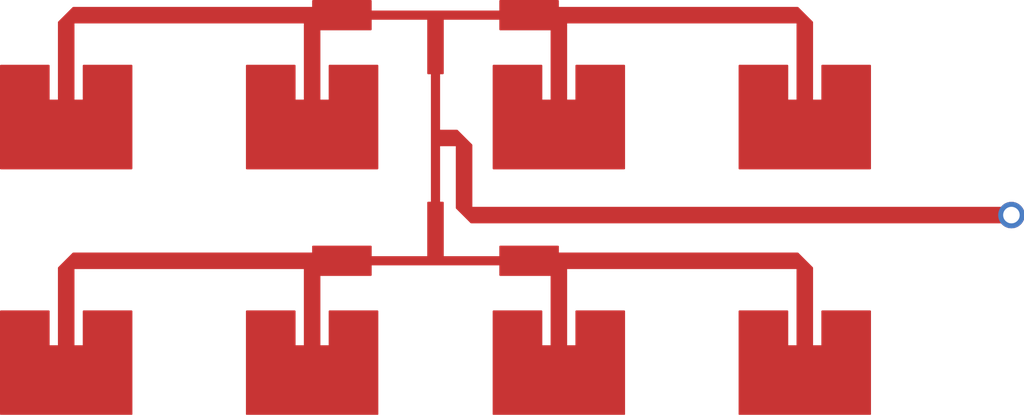
<source format=kicad_pcb>
(kicad_pcb (version 20170123) (host pcbnew no-vcs-found-e79f978~58~ubuntu14.04.1)

  (general
    (links 0)
    (no_connects 0)
    (area -13.1573 -4.1735 18 8.380001)
    (thickness 1.6)
    (drawings 0)
    (tracks 0)
    (zones 0)
    (modules 1)
    (nets 2)
  )

  (page A0)
  (layers
    (0 F.Cu signal)
    (31 B.Cu signal hide)
    (40 Dwgs.User user)
    (44 Edge.Cuts user)
  )

  (setup
    (last_trace_width 0.2)
    (trace_clearance 0.2)
    (zone_clearance 0.508)
    (zone_45_only no)
    (trace_min 0.2)
    (segment_width 0.2)
    (edge_width 0.15)
    (via_size 0.8)
    (via_drill 0.4)
    (via_min_size 0.4)
    (via_min_drill 0.3)
    (uvia_size 0.3)
    (uvia_drill 0.1)
    (uvias_allowed no)
    (uvia_min_size 0.2)
    (uvia_min_drill 0.1)
    (pcb_text_width 0.3)
    (pcb_text_size 1.5 1.5)
    (mod_edge_width 0.15)
    (mod_text_size 1 1)
    (mod_text_width 0.15)
    (pad_size 1.524 1.524)
    (pad_drill 0.762)
    (pad_to_mask_clearance 0.2)
    (aux_axis_origin 0 0)
    (visible_elements FFFFFF7F)
    (pcbplotparams
      (layerselection 0x00000_7fffffff)
      (usegerberextensions false)
      (excludeedgelayer true)
      (linewidth 0.100000)
      (plotframeref false)
      (viasonmask false)
      (mode 1)
      (useauxorigin false)
      (hpglpennumber 1)
      (hpglpenspeed 20)
      (hpglpendiameter 15)
      (psnegative false)
      (psa4output false)
      (plotreference false)
      (plotvalue false)
      (plotinvisibletext false)
      (padsonsilk false)
      (subtractmaskfromsilk false)
      (outputformat 3)
      (mirror false)
      (drillshape 0)
      (scaleselection 1)
      (outputdirectory ""))
  )

  (net 0 "")
  (net 1 Antennas)

  (net_class Default ""
    (clearance 0.2)
    (trace_width 0.2)
    (via_dia 0.8)
    (via_drill 0.4)
    (uvia_dia 0.3)
    (uvia_drill 0.1)
    (add_net Antennas)
  )

  (module X0 (layer F.Cu) (tedit 0) (tstamp 0)
    (at 17.4 2.3325)
    (fp_text reference "" (at 0 0) (layer F.SilkS)
      (effects (font (thickness 0.15)))
    )
    (fp_text value "" (at 0 0) (layer F.SilkS)
      (effects (font (thickness 0.15)))
    )
    (pad 1 thru_hole circle (at 0 0) (size 0.8 0.8) (drill 0.5) (layers F.Cu)
      (net 1 Antennas) (zone_connect 2))
  )

  (zone (net 1) (net_name Antennas) (layer F.Cu) (tstamp 0) (hatch edge 0.5)
    (connect_pads (clearance 0.3))
    (min_thickness 0.05)
    (fill yes (arc_segments 32) (thermal_gap 0.3) (thermal_bridge_width 0.25))
    (polygon
      (pts
        (xy -1.9278 -3.854) (xy 1.9278 -3.854) (xy 1.9278 -4.1735) (xy 3.7273 -4.1735) (xy 3.7273 -3.965)
        (xy 10.9548 -3.965) (xy 11.4073 -3.5125) (xy 11.4073 -1.16) (xy 11.6573 -1.16) (xy 11.6573 -2.215)
        (xy 13.1573 -2.215) (xy 13.1573 0.95) (xy 9.1573 0.95) (xy 9.1573 -2.215) (xy 10.6572 -2.215)
        (xy 10.6572 -1.16) (xy 10.9072 -1.16) (xy 10.9072 -3.465) (xy 3.9772 -3.465) (xy 3.9772 -1.16)
        (xy 4.2272 -1.16) (xy 4.2272 -2.215) (xy 5.7272 -2.215) (xy 5.7272 0.95) (xy 1.7272 0.95)
        (xy 1.7272 -2.215) (xy 3.2273 -2.215) (xy 3.2273 -1.16) (xy 3.4773 -1.16) (xy 3.4773 -3.2565)
        (xy 1.9278 -3.2565) (xy 1.9278 -3.576) (xy 0.25 -3.576) (xy 0.25 -1.9278) (xy 0.139 -1.9278)
        (xy 0.139 -0.25) (xy 0.6612 -0.25) (xy 1.1136 0.2025) (xy 1.1136 2.0825) (xy 17.5 2.0825)
        (xy 17.5 2.5825) (xy 1.0661 2.5825) (xy 0.6136 2.13) (xy 0.6136 0.25) (xy 0.139 0.25)
        (xy 0.139 1.9278) (xy 0.25 1.9278) (xy 0.25 3.576) (xy 1.9278 3.576) (xy 1.9278 3.2565)
        (xy 3.7273 3.2565) (xy 3.7273 3.465) (xy 10.9548 3.465) (xy 11.4073 3.9175) (xy 11.4073 6.27)
        (xy 11.6573 6.27) (xy 11.6573 5.215) (xy 13.1573 5.215) (xy 13.1573 8.38) (xy 9.1573 8.38)
        (xy 9.1573 5.215) (xy 10.6572 5.215) (xy 10.6572 6.27) (xy 10.9072 6.27) (xy 10.9072 3.965)
        (xy 3.9772 3.965) (xy 3.9772 6.27) (xy 4.2272 6.27) (xy 4.2272 5.215) (xy 5.7272 5.215)
        (xy 5.7272 8.38) (xy 1.7272 8.38) (xy 1.7272 5.215) (xy 3.2273 5.215) (xy 3.2273 6.27)
        (xy 3.4773 6.27) (xy 3.4773 4.1735) (xy 1.9278 4.1735) (xy 1.9278 3.854) (xy -1.9278 3.854)
        (xy -1.9278 4.1735) (xy -3.4773 4.1735) (xy -3.4773 6.27) (xy -3.2273 6.27) (xy -3.2273 5.215)
        (xy -1.7272 5.215) (xy -1.7272 8.38) (xy -5.7272 8.38) (xy -5.7272 5.215) (xy -4.2272 5.215)
        (xy -4.2272 6.27) (xy -3.9772 6.27) (xy -3.9772 3.965) (xy -10.9072 3.965) (xy -10.9072 6.27)
        (xy -10.6572 6.27) (xy -10.6572 5.215) (xy -9.1573 5.215) (xy -9.1573 8.38) (xy -13.1573 8.38)
        (xy -13.1573 5.215) (xy -11.6573 5.215) (xy -11.6573 6.27) (xy -11.4073 6.27) (xy -11.4073 3.9175)
        (xy -10.9548 3.465) (xy -3.7273 3.465) (xy -3.7273 3.2565) (xy -1.9278 3.2565) (xy -1.9278 3.576)
        (xy -0.25 3.576) (xy -0.25 1.9278) (xy -0.139 1.9278) (xy -0.139 -1.9278) (xy -0.25 -1.9278)
        (xy -0.25 -3.576) (xy -1.9278 -3.576) (xy -1.9278 -3.2565) (xy -3.4773 -3.2565) (xy -3.4773 -1.16)
        (xy -3.2273 -1.16) (xy -3.2273 -2.215) (xy -1.7272 -2.215) (xy -1.7272 0.95) (xy -5.7272 0.95)
        (xy -5.7272 -2.215) (xy -4.2272 -2.215) (xy -4.2272 -1.16) (xy -3.9772 -1.16) (xy -3.9772 -3.465)
        (xy -10.9072 -3.465) (xy -10.9072 -1.16) (xy -10.6572 -1.16) (xy -10.6572 -2.215) (xy -9.1573 -2.215)
        (xy -9.1573 0.95) (xy -13.1573 0.95) (xy -13.1573 -2.215) (xy -11.6573 -2.215) (xy -11.6573 -1.16)
        (xy -11.4073 -1.16) (xy -11.4073 -3.5125) (xy -10.9548 -3.965) (xy -3.7273 -3.965) (xy -3.7273 -4.1735)
        (xy -1.9278 -4.1735)
      )
    )
    (filled_polygon
      (pts
        (xy -1.9528 -3.854) (xy -1.95232 -3.849123) (xy -1.950897 -3.844433) (xy -1.948587 -3.840111) (xy -1.945478 -3.836322)
        (xy -1.941689 -3.833213) (xy -1.937367 -3.830903) (xy -1.932677 -3.82948) (xy -1.9278 -3.829) (xy 1.9278 -3.829)
        (xy 1.932677 -3.82948) (xy 1.937367 -3.830903) (xy 1.941689 -3.833213) (xy 1.945478 -3.836322) (xy 1.948587 -3.840111)
        (xy 1.950897 -3.844433) (xy 1.95232 -3.849123) (xy 1.9528 -3.854) (xy 1.9528 -4.1485) (xy 3.7023 -4.1485)
        (xy 3.7023 -3.965) (xy 3.70278 -3.960123) (xy 3.704203 -3.955433) (xy 3.706513 -3.951111) (xy 3.709622 -3.947322)
        (xy 3.713411 -3.944213) (xy 3.717733 -3.941903) (xy 3.722423 -3.94048) (xy 3.7273 -3.94) (xy 10.944444 -3.94)
        (xy 11.3823 -3.502144) (xy 11.3823 -1.16) (xy 11.38278 -1.155123) (xy 11.384203 -1.150433) (xy 11.386513 -1.146111)
        (xy 11.389622 -1.142322) (xy 11.393411 -1.139213) (xy 11.397733 -1.136903) (xy 11.402423 -1.13548) (xy 11.4073 -1.135)
        (xy 11.6573 -1.135) (xy 11.662177 -1.13548) (xy 11.666867 -1.136903) (xy 11.671189 -1.139213) (xy 11.674978 -1.142322)
        (xy 11.678087 -1.146111) (xy 11.680397 -1.150433) (xy 11.68182 -1.155123) (xy 11.6823 -1.16) (xy 11.6823 -2.19)
        (xy 13.1323 -2.19) (xy 13.1323 0.925) (xy 9.1823 0.925) (xy 9.1823 -2.19) (xy 10.6322 -2.19)
        (xy 10.6322 -1.16) (xy 10.63268 -1.155123) (xy 10.634103 -1.150433) (xy 10.636413 -1.146111) (xy 10.639522 -1.142322)
        (xy 10.643311 -1.139213) (xy 10.647633 -1.136903) (xy 10.652323 -1.13548) (xy 10.6572 -1.135) (xy 10.9072 -1.135)
        (xy 10.912077 -1.13548) (xy 10.916767 -1.136903) (xy 10.921089 -1.139213) (xy 10.924878 -1.142322) (xy 10.927987 -1.146111)
        (xy 10.930297 -1.150433) (xy 10.93172 -1.155123) (xy 10.9322 -1.16) (xy 10.9322 -3.465) (xy 10.93172 -3.469877)
        (xy 10.930297 -3.474567) (xy 10.927987 -3.478889) (xy 10.924878 -3.482678) (xy 10.921089 -3.485787) (xy 10.916767 -3.488097)
        (xy 10.912077 -3.48952) (xy 10.9072 -3.49) (xy 3.9772 -3.49) (xy 3.972323 -3.48952) (xy 3.967633 -3.488097)
        (xy 3.963311 -3.485787) (xy 3.959522 -3.482678) (xy 3.956413 -3.478889) (xy 3.954103 -3.474567) (xy 3.95268 -3.469877)
        (xy 3.9522 -3.465) (xy 3.9522 -1.16) (xy 3.95268 -1.155123) (xy 3.954103 -1.150433) (xy 3.956413 -1.146111)
        (xy 3.959522 -1.142322) (xy 3.963311 -1.139213) (xy 3.967633 -1.136903) (xy 3.972323 -1.13548) (xy 3.9772 -1.135)
        (xy 4.2272 -1.135) (xy 4.232077 -1.13548) (xy 4.236767 -1.136903) (xy 4.241089 -1.139213) (xy 4.244878 -1.142322)
        (xy 4.247987 -1.146111) (xy 4.250297 -1.150433) (xy 4.25172 -1.155123) (xy 4.2522 -1.16) (xy 4.2522 -2.19)
        (xy 5.7022 -2.19) (xy 5.7022 0.925) (xy 1.7522 0.925) (xy 1.7522 -2.19) (xy 3.2023 -2.19)
        (xy 3.2023 -1.16) (xy 3.20278 -1.155123) (xy 3.204203 -1.150433) (xy 3.206513 -1.146111) (xy 3.209622 -1.142322)
        (xy 3.213411 -1.139213) (xy 3.217733 -1.136903) (xy 3.222423 -1.13548) (xy 3.2273 -1.135) (xy 3.4773 -1.135)
        (xy 3.482177 -1.13548) (xy 3.486867 -1.136903) (xy 3.491189 -1.139213) (xy 3.494978 -1.142322) (xy 3.498087 -1.146111)
        (xy 3.500397 -1.150433) (xy 3.50182 -1.155123) (xy 3.5023 -1.16) (xy 3.5023 -3.2565) (xy 3.50182 -3.261377)
        (xy 3.500397 -3.266067) (xy 3.498087 -3.270389) (xy 3.494978 -3.274178) (xy 3.491189 -3.277287) (xy 3.486867 -3.279597)
        (xy 3.482177 -3.28102) (xy 3.4773 -3.2815) (xy 1.9528 -3.2815) (xy 1.9528 -3.576) (xy 1.95232 -3.580877)
        (xy 1.950897 -3.585567) (xy 1.948587 -3.589889) (xy 1.945478 -3.593678) (xy 1.941689 -3.596787) (xy 1.937367 -3.599097)
        (xy 1.932677 -3.60052) (xy 1.9278 -3.601) (xy 0.25 -3.601) (xy 0.245123 -3.60052) (xy 0.240433 -3.599097)
        (xy 0.236111 -3.596787) (xy 0.232322 -3.593678) (xy 0.229213 -3.589889) (xy 0.226903 -3.585567) (xy 0.22548 -3.580877)
        (xy 0.225 -3.576) (xy 0.225 -1.9528) (xy 0.139 -1.9528) (xy 0.134123 -1.95232) (xy 0.129433 -1.950897)
        (xy 0.125111 -1.948587) (xy 0.121322 -1.945478) (xy 0.118213 -1.941689) (xy 0.115903 -1.937367) (xy 0.11448 -1.932677)
        (xy 0.114 -1.9278) (xy 0.114 -0.25) (xy 0.11448 -0.245123) (xy 0.115903 -0.240433) (xy 0.118213 -0.236111)
        (xy 0.121322 -0.232322) (xy 0.125111 -0.229213) (xy 0.129433 -0.226903) (xy 0.134123 -0.22548) (xy 0.139 -0.225)
        (xy 0.650842 -0.225) (xy 1.0886 0.212854) (xy 1.0886 2.0825) (xy 1.08908 2.087377) (xy 1.090503 2.092067)
        (xy 1.092813 2.096389) (xy 1.095922 2.100178) (xy 1.099711 2.103287) (xy 1.104033 2.105597) (xy 1.108723 2.10702)
        (xy 1.1136 2.1075) (xy 17.475 2.1075) (xy 17.475 2.5575) (xy 1.076456 2.5575) (xy 0.6386 2.119644)
        (xy 0.6386 0.25) (xy 0.63812 0.245123) (xy 0.636697 0.240433) (xy 0.634387 0.236111) (xy 0.631278 0.232322)
        (xy 0.627489 0.229213) (xy 0.623167 0.226903) (xy 0.618477 0.22548) (xy 0.6136 0.225) (xy 0.139 0.225)
        (xy 0.134123 0.22548) (xy 0.129433 0.226903) (xy 0.125111 0.229213) (xy 0.121322 0.232322) (xy 0.118213 0.236111)
        (xy 0.115903 0.240433) (xy 0.11448 0.245123) (xy 0.114 0.25) (xy 0.114 1.9278) (xy 0.11448 1.932677)
        (xy 0.115903 1.937367) (xy 0.118213 1.941689) (xy 0.121322 1.945478) (xy 0.125111 1.948587) (xy 0.129433 1.950897)
        (xy 0.134123 1.95232) (xy 0.139 1.9528) (xy 0.225 1.9528) (xy 0.225 3.576) (xy 0.22548 3.580877)
        (xy 0.226903 3.585567) (xy 0.229213 3.589889) (xy 0.232322 3.593678) (xy 0.236111 3.596787) (xy 0.240433 3.599097)
        (xy 0.245123 3.60052) (xy 0.25 3.601) (xy 1.9278 3.601) (xy 1.932677 3.60052) (xy 1.937367 3.599097)
        (xy 1.941689 3.596787) (xy 1.945478 3.593678) (xy 1.948587 3.589889) (xy 1.950897 3.585567) (xy 1.95232 3.580877)
        (xy 1.9528 3.576) (xy 1.9528 3.2815) (xy 3.7023 3.2815) (xy 3.7023 3.465) (xy 3.70278 3.469877)
        (xy 3.704203 3.474567) (xy 3.706513 3.478889) (xy 3.709622 3.482678) (xy 3.713411 3.485787) (xy 3.717733 3.488097)
        (xy 3.722423 3.48952) (xy 3.7273 3.49) (xy 10.944444 3.49) (xy 11.3823 3.927856) (xy 11.3823 6.27)
        (xy 11.38278 6.274877) (xy 11.384203 6.279567) (xy 11.386513 6.283889) (xy 11.389622 6.287678) (xy 11.393411 6.290787)
        (xy 11.397733 6.293097) (xy 11.402423 6.29452) (xy 11.4073 6.295) (xy 11.6573 6.295) (xy 11.662177 6.29452)
        (xy 11.666867 6.293097) (xy 11.671189 6.290787) (xy 11.674978 6.287678) (xy 11.678087 6.283889) (xy 11.680397 6.279567)
        (xy 11.68182 6.274877) (xy 11.6823 6.27) (xy 11.6823 5.24) (xy 13.1323 5.24) (xy 13.1323 8.355)
        (xy 9.1823 8.355) (xy 9.1823 5.24) (xy 10.6322 5.24) (xy 10.6322 6.27) (xy 10.63268 6.274877)
        (xy 10.634103 6.279567) (xy 10.636413 6.283889) (xy 10.639522 6.287678) (xy 10.643311 6.290787) (xy 10.647633 6.293097)
        (xy 10.652323 6.29452) (xy 10.6572 6.295) (xy 10.9072 6.295) (xy 10.912077 6.29452) (xy 10.916767 6.293097)
        (xy 10.921089 6.290787) (xy 10.924878 6.287678) (xy 10.927987 6.283889) (xy 10.930297 6.279567) (xy 10.93172 6.274877)
        (xy 10.9322 6.27) (xy 10.9322 3.965) (xy 10.93172 3.960123) (xy 10.930297 3.955433) (xy 10.927987 3.951111)
        (xy 10.924878 3.947322) (xy 10.921089 3.944213) (xy 10.916767 3.941903) (xy 10.912077 3.94048) (xy 10.9072 3.94)
        (xy 3.9772 3.94) (xy 3.972323 3.94048) (xy 3.967633 3.941903) (xy 3.963311 3.944213) (xy 3.959522 3.947322)
        (xy 3.956413 3.951111) (xy 3.954103 3.955433) (xy 3.95268 3.960123) (xy 3.9522 3.965) (xy 3.9522 6.27)
        (xy 3.95268 6.274877) (xy 3.954103 6.279567) (xy 3.956413 6.283889) (xy 3.959522 6.287678) (xy 3.963311 6.290787)
        (xy 3.967633 6.293097) (xy 3.972323 6.29452) (xy 3.9772 6.295) (xy 4.2272 6.295) (xy 4.232077 6.29452)
        (xy 4.236767 6.293097) (xy 4.241089 6.290787) (xy 4.244878 6.287678) (xy 4.247987 6.283889) (xy 4.250297 6.279567)
        (xy 4.25172 6.274877) (xy 4.2522 6.27) (xy 4.2522 5.24) (xy 5.7022 5.24) (xy 5.7022 8.355)
        (xy 1.7522 8.355) (xy 1.7522 5.24) (xy 3.2023 5.24) (xy 3.2023 6.27) (xy 3.20278 6.274877)
        (xy 3.204203 6.279567) (xy 3.206513 6.283889) (xy 3.209622 6.287678) (xy 3.213411 6.290787) (xy 3.217733 6.293097)
        (xy 3.222423 6.29452) (xy 3.2273 6.295) (xy 3.4773 6.295) (xy 3.482177 6.29452) (xy 3.486867 6.293097)
        (xy 3.491189 6.290787) (xy 3.494978 6.287678) (xy 3.498087 6.283889) (xy 3.500397 6.279567) (xy 3.50182 6.274877)
        (xy 3.5023 6.27) (xy 3.5023 4.1735) (xy 3.50182 4.168623) (xy 3.500397 4.163933) (xy 3.498087 4.159611)
        (xy 3.494978 4.155822) (xy 3.491189 4.152713) (xy 3.486867 4.150403) (xy 3.482177 4.14898) (xy 3.4773 4.1485)
        (xy 1.9528 4.1485) (xy 1.9528 3.854) (xy 1.95232 3.849123) (xy 1.950897 3.844433) (xy 1.948587 3.840111)
        (xy 1.945478 3.836322) (xy 1.941689 3.833213) (xy 1.937367 3.830903) (xy 1.932677 3.82948) (xy 1.9278 3.829)
        (xy -1.9278 3.829) (xy -1.932677 3.82948) (xy -1.937367 3.830903) (xy -1.941689 3.833213) (xy -1.945478 3.836322)
        (xy -1.948587 3.840111) (xy -1.950897 3.844433) (xy -1.95232 3.849123) (xy -1.9528 3.854) (xy -1.9528 4.1485)
        (xy -3.4773 4.1485) (xy -3.482177 4.14898) (xy -3.486867 4.150403) (xy -3.491189 4.152713) (xy -3.494978 4.155822)
        (xy -3.498087 4.159611) (xy -3.500397 4.163933) (xy -3.50182 4.168623) (xy -3.5023 4.1735) (xy -3.5023 6.27)
        (xy -3.50182 6.274877) (xy -3.500397 6.279567) (xy -3.498087 6.283889) (xy -3.494978 6.287678) (xy -3.491189 6.290787)
        (xy -3.486867 6.293097) (xy -3.482177 6.29452) (xy -3.4773 6.295) (xy -3.2273 6.295) (xy -3.222423 6.29452)
        (xy -3.217733 6.293097) (xy -3.213411 6.290787) (xy -3.209622 6.287678) (xy -3.206513 6.283889) (xy -3.204203 6.279567)
        (xy -3.20278 6.274877) (xy -3.2023 6.27) (xy -3.2023 5.24) (xy -1.7522 5.24) (xy -1.7522 8.355)
        (xy -5.7022 8.355) (xy -5.7022 5.24) (xy -4.2522 5.24) (xy -4.2522 6.27) (xy -4.25172 6.274877)
        (xy -4.250297 6.279567) (xy -4.247987 6.283889) (xy -4.244878 6.287678) (xy -4.241089 6.290787) (xy -4.236767 6.293097)
        (xy -4.232077 6.29452) (xy -4.2272 6.295) (xy -3.9772 6.295) (xy -3.972323 6.29452) (xy -3.967633 6.293097)
        (xy -3.963311 6.290787) (xy -3.959522 6.287678) (xy -3.956413 6.283889) (xy -3.954103 6.279567) (xy -3.95268 6.274877)
        (xy -3.9522 6.27) (xy -3.9522 3.965) (xy -3.95268 3.960123) (xy -3.954103 3.955433) (xy -3.956413 3.951111)
        (xy -3.959522 3.947322) (xy -3.963311 3.944213) (xy -3.967633 3.941903) (xy -3.972323 3.94048) (xy -3.9772 3.94)
        (xy -10.9072 3.94) (xy -10.912077 3.94048) (xy -10.916767 3.941903) (xy -10.921089 3.944213) (xy -10.924878 3.947322)
        (xy -10.927987 3.951111) (xy -10.930297 3.955433) (xy -10.93172 3.960123) (xy -10.9322 3.965) (xy -10.9322 6.27)
        (xy -10.93172 6.274877) (xy -10.930297 6.279567) (xy -10.927987 6.283889) (xy -10.924878 6.287678) (xy -10.921089 6.290787)
        (xy -10.916767 6.293097) (xy -10.912077 6.29452) (xy -10.9072 6.295) (xy -10.6572 6.295) (xy -10.652323 6.29452)
        (xy -10.647633 6.293097) (xy -10.643311 6.290787) (xy -10.639522 6.287678) (xy -10.636413 6.283889) (xy -10.634103 6.279567)
        (xy -10.63268 6.274877) (xy -10.6322 6.27) (xy -10.6322 5.24) (xy -9.1823 5.24) (xy -9.1823 8.355)
        (xy -13.1323 8.355) (xy -13.1323 5.24) (xy -11.6823 5.24) (xy -11.6823 6.27) (xy -11.68182 6.274877)
        (xy -11.680397 6.279567) (xy -11.678087 6.283889) (xy -11.674978 6.287678) (xy -11.671189 6.290787) (xy -11.666867 6.293097)
        (xy -11.662177 6.29452) (xy -11.6573 6.295) (xy -11.4073 6.295) (xy -11.402423 6.29452) (xy -11.397733 6.293097)
        (xy -11.393411 6.290787) (xy -11.389622 6.287678) (xy -11.386513 6.283889) (xy -11.384203 6.279567) (xy -11.38278 6.274877)
        (xy -11.3823 6.27) (xy -11.3823 3.927856) (xy -10.944444 3.49) (xy -3.7273 3.49) (xy -3.722423 3.48952)
        (xy -3.717733 3.488097) (xy -3.713411 3.485787) (xy -3.709622 3.482678) (xy -3.706513 3.478889) (xy -3.704203 3.474567)
        (xy -3.70278 3.469877) (xy -3.7023 3.465) (xy -3.7023 3.2815) (xy -1.9528 3.2815) (xy -1.9528 3.576)
        (xy -1.95232 3.580877) (xy -1.950897 3.585567) (xy -1.948587 3.589889) (xy -1.945478 3.593678) (xy -1.941689 3.596787)
        (xy -1.937367 3.599097) (xy -1.932677 3.60052) (xy -1.9278 3.601) (xy -0.25 3.601) (xy -0.245123 3.60052)
        (xy -0.240433 3.599097) (xy -0.236111 3.596787) (xy -0.232322 3.593678) (xy -0.229213 3.589889) (xy -0.226903 3.585567)
        (xy -0.22548 3.580877) (xy -0.225 3.576) (xy -0.225 1.9528) (xy -0.139 1.9528) (xy -0.134123 1.95232)
        (xy -0.129433 1.950897) (xy -0.125111 1.948587) (xy -0.121322 1.945478) (xy -0.118213 1.941689) (xy -0.115903 1.937367)
        (xy -0.11448 1.932677) (xy -0.114 1.9278) (xy -0.114 -1.9278) (xy -0.11448 -1.932677) (xy -0.115903 -1.937367)
        (xy -0.118213 -1.941689) (xy -0.121322 -1.945478) (xy -0.125111 -1.948587) (xy -0.129433 -1.950897) (xy -0.134123 -1.95232)
        (xy -0.139 -1.9528) (xy -0.225 -1.9528) (xy -0.225 -3.576) (xy -0.22548 -3.580877) (xy -0.226903 -3.585567)
        (xy -0.229213 -3.589889) (xy -0.232322 -3.593678) (xy -0.236111 -3.596787) (xy -0.240433 -3.599097) (xy -0.245123 -3.60052)
        (xy -0.25 -3.601) (xy -1.9278 -3.601) (xy -1.932677 -3.60052) (xy -1.937367 -3.599097) (xy -1.941689 -3.596787)
        (xy -1.945478 -3.593678) (xy -1.948587 -3.589889) (xy -1.950897 -3.585567) (xy -1.95232 -3.580877) (xy -1.9528 -3.576)
        (xy -1.9528 -3.2815) (xy -3.4773 -3.2815) (xy -3.482177 -3.28102) (xy -3.486867 -3.279597) (xy -3.491189 -3.277287)
        (xy -3.494978 -3.274178) (xy -3.498087 -3.270389) (xy -3.500397 -3.266067) (xy -3.50182 -3.261377) (xy -3.5023 -3.2565)
        (xy -3.5023 -1.16) (xy -3.50182 -1.155123) (xy -3.500397 -1.150433) (xy -3.498087 -1.146111) (xy -3.494978 -1.142322)
        (xy -3.491189 -1.139213) (xy -3.486867 -1.136903) (xy -3.482177 -1.13548) (xy -3.4773 -1.135) (xy -3.2273 -1.135)
        (xy -3.222423 -1.13548) (xy -3.217733 -1.136903) (xy -3.213411 -1.139213) (xy -3.209622 -1.142322) (xy -3.206513 -1.146111)
        (xy -3.204203 -1.150433) (xy -3.20278 -1.155123) (xy -3.2023 -1.16) (xy -3.2023 -2.19) (xy -1.7522 -2.19)
        (xy -1.7522 0.925) (xy -5.7022 0.925) (xy -5.7022 -2.19) (xy -4.2522 -2.19) (xy -4.2522 -1.16)
        (xy -4.25172 -1.155123) (xy -4.250297 -1.150433) (xy -4.247987 -1.146111) (xy -4.244878 -1.142322) (xy -4.241089 -1.139213)
        (xy -4.236767 -1.136903) (xy -4.232077 -1.13548) (xy -4.2272 -1.135) (xy -3.9772 -1.135) (xy -3.972323 -1.13548)
        (xy -3.967633 -1.136903) (xy -3.963311 -1.139213) (xy -3.959522 -1.142322) (xy -3.956413 -1.146111) (xy -3.954103 -1.150433)
        (xy -3.95268 -1.155123) (xy -3.9522 -1.16) (xy -3.9522 -3.465) (xy -3.95268 -3.469877) (xy -3.954103 -3.474567)
        (xy -3.956413 -3.478889) (xy -3.959522 -3.482678) (xy -3.963311 -3.485787) (xy -3.967633 -3.488097) (xy -3.972323 -3.48952)
        (xy -3.9772 -3.49) (xy -10.9072 -3.49) (xy -10.912077 -3.48952) (xy -10.916767 -3.488097) (xy -10.921089 -3.485787)
        (xy -10.924878 -3.482678) (xy -10.927987 -3.478889) (xy -10.930297 -3.474567) (xy -10.93172 -3.469877) (xy -10.9322 -3.465)
        (xy -10.9322 -1.16) (xy -10.93172 -1.155123) (xy -10.930297 -1.150433) (xy -10.927987 -1.146111) (xy -10.924878 -1.142322)
        (xy -10.921089 -1.139213) (xy -10.916767 -1.136903) (xy -10.912077 -1.13548) (xy -10.9072 -1.135) (xy -10.6572 -1.135)
        (xy -10.652323 -1.13548) (xy -10.647633 -1.136903) (xy -10.643311 -1.139213) (xy -10.639522 -1.142322) (xy -10.636413 -1.146111)
        (xy -10.634103 -1.150433) (xy -10.63268 -1.155123) (xy -10.6322 -1.16) (xy -10.6322 -2.19) (xy -9.1823 -2.19)
        (xy -9.1823 0.925) (xy -13.1323 0.925) (xy -13.1323 -2.19) (xy -11.6823 -2.19) (xy -11.6823 -1.16)
        (xy -11.68182 -1.155123) (xy -11.680397 -1.150433) (xy -11.678087 -1.146111) (xy -11.674978 -1.142322) (xy -11.671189 -1.139213)
        (xy -11.666867 -1.136903) (xy -11.662177 -1.13548) (xy -11.6573 -1.135) (xy -11.4073 -1.135) (xy -11.402423 -1.13548)
        (xy -11.397733 -1.136903) (xy -11.393411 -1.139213) (xy -11.389622 -1.142322) (xy -11.386513 -1.146111) (xy -11.384203 -1.150433)
        (xy -11.38278 -1.155123) (xy -11.3823 -1.16) (xy -11.3823 -3.502144) (xy -10.944444 -3.94) (xy -3.7273 -3.94)
        (xy -3.722423 -3.94048) (xy -3.717733 -3.941903) (xy -3.713411 -3.944213) (xy -3.709622 -3.947322) (xy -3.706513 -3.951111)
        (xy -3.704203 -3.955433) (xy -3.70278 -3.960123) (xy -3.7023 -3.965) (xy -3.7023 -4.1485) (xy -1.9528 -4.1485)
      )
    )
  )
)

</source>
